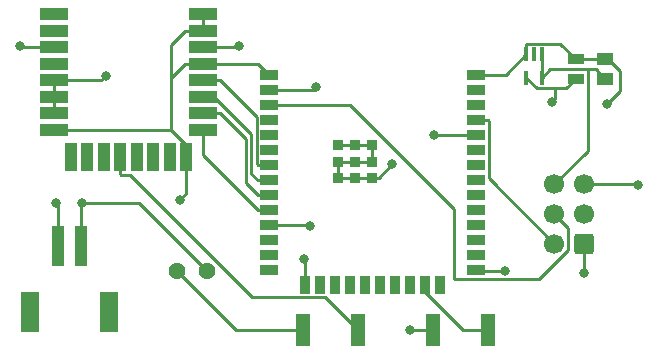
<source format=gbr>
%TF.GenerationSoftware,KiCad,Pcbnew,7.0.10*%
%TF.CreationDate,2024-11-01T14:14:09-04:00*%
%TF.ProjectId,pcb_v1,7063625f-7631-42e6-9b69-6361645f7063,rev?*%
%TF.SameCoordinates,Original*%
%TF.FileFunction,Copper,L1,Top*%
%TF.FilePolarity,Positive*%
%FSLAX46Y46*%
G04 Gerber Fmt 4.6, Leading zero omitted, Abs format (unit mm)*
G04 Created by KiCad (PCBNEW 7.0.10) date 2024-11-01 14:14:09*
%MOMM*%
%LPD*%
G01*
G04 APERTURE LIST*
G04 Aperture macros list*
%AMRoundRect*
0 Rectangle with rounded corners*
0 $1 Rounding radius*
0 $2 $3 $4 $5 $6 $7 $8 $9 X,Y pos of 4 corners*
0 Add a 4 corners polygon primitive as box body*
4,1,4,$2,$3,$4,$5,$6,$7,$8,$9,$2,$3,0*
0 Add four circle primitives for the rounded corners*
1,1,$1+$1,$2,$3*
1,1,$1+$1,$4,$5*
1,1,$1+$1,$6,$7*
1,1,$1+$1,$8,$9*
0 Add four rect primitives between the rounded corners*
20,1,$1+$1,$2,$3,$4,$5,0*
20,1,$1+$1,$4,$5,$6,$7,0*
20,1,$1+$1,$6,$7,$8,$9,0*
20,1,$1+$1,$8,$9,$2,$3,0*%
G04 Aperture macros list end*
%TA.AperFunction,SMDPad,CuDef*%
%ADD10R,1.200000X2.700000*%
%TD*%
%TA.AperFunction,ComponentPad*%
%ADD11C,1.431000*%
%TD*%
%TA.AperFunction,SMDPad,CuDef*%
%ADD12R,1.000000X3.500000*%
%TD*%
%TA.AperFunction,SMDPad,CuDef*%
%ADD13R,1.500000X3.400000*%
%TD*%
%TA.AperFunction,SMDPad,CuDef*%
%ADD14R,2.450000X1.000000*%
%TD*%
%TA.AperFunction,SMDPad,CuDef*%
%ADD15R,1.000000X2.450000*%
%TD*%
%TA.AperFunction,SMDPad,CuDef*%
%ADD16R,1.470000X1.020000*%
%TD*%
%TA.AperFunction,SMDPad,CuDef*%
%ADD17R,1.500000X0.900000*%
%TD*%
%TA.AperFunction,SMDPad,CuDef*%
%ADD18R,0.900000X1.500000*%
%TD*%
%TA.AperFunction,SMDPad,CuDef*%
%ADD19R,0.900000X0.900000*%
%TD*%
%TA.AperFunction,SMDPad,CuDef*%
%ADD20R,1.430000X0.940000*%
%TD*%
%TA.AperFunction,SMDPad,CuDef*%
%ADD21R,0.450000X1.150000*%
%TD*%
%TA.AperFunction,ComponentPad*%
%ADD22RoundRect,0.250000X0.600000X0.600000X-0.600000X0.600000X-0.600000X-0.600000X0.600000X-0.600000X0*%
%TD*%
%TA.AperFunction,ComponentPad*%
%ADD23C,1.700000*%
%TD*%
%TA.AperFunction,ViaPad*%
%ADD24C,0.800000*%
%TD*%
%TA.AperFunction,Conductor*%
%ADD25C,0.250000*%
%TD*%
G04 APERTURE END LIST*
D10*
%TO.P,R2,1,1*%
%TO.N,Net-(IC2-GPIO3)*%
X136300000Y-125250000D03*
%TO.P,R2,2,2*%
%TO.N,Net-(D1-A)*%
X131700000Y-125250000D03*
%TD*%
D11*
%TO.P,D1,1,K*%
%TO.N,GND*%
X123520000Y-120250000D03*
%TO.P,D1,2,A*%
%TO.N,Net-(D1-A)*%
X120980000Y-120250000D03*
%TD*%
D10*
%TO.P,R1,2,2*%
%TO.N,Net-(IC1-IO15)*%
X147300000Y-125250000D03*
%TO.P,R1,1,1*%
%TO.N,Net-(IC2-GPIO8)*%
X142700000Y-125250000D03*
%TD*%
D12*
%TO.P,J2,1,1*%
%TO.N,Net-(IC3-VIN)*%
X110900000Y-118200000D03*
%TO.P,J2,2,2*%
%TO.N,GND*%
X112900000Y-118200000D03*
D13*
%TO.P,J2,3*%
%TO.N,N/C*%
X108550000Y-123750000D03*
%TO.P,J2,4*%
X115250000Y-123750000D03*
%TD*%
D14*
%TO.P,IC2,1,EXTON*%
%TO.N,unconnected-(IC2-EXTON-Pad1)*%
X110607500Y-98540000D03*
%TO.P,IC2,2,WAKEUP*%
%TO.N,unconnected-(IC2-WAKEUP-Pad2)*%
X110607500Y-99940000D03*
%TO.P,IC2,3,RSTN*%
%TO.N,Net-(IC1-IO26)*%
X110607500Y-101340000D03*
%TO.P,IC2,4,GPIO7*%
%TO.N,unconnected-(IC2-GPIO7-Pad4)*%
X110607500Y-102740000D03*
%TO.P,IC2,5,VDD1*%
%TO.N,VDD*%
X110607500Y-104140000D03*
%TO.P,IC2,6,VDD3V3_1*%
X110607500Y-105540000D03*
%TO.P,IC2,7,VDD3V3_2*%
X110607500Y-106940000D03*
%TO.P,IC2,8,VSS_1*%
%TO.N,GND*%
X110607500Y-108340000D03*
D15*
%TO.P,IC2,9,GPIO6*%
%TO.N,unconnected-(IC2-GPIO6-Pad9)*%
X112002500Y-110635000D03*
%TO.P,IC2,10,GPIO5*%
%TO.N,unconnected-(IC2-GPIO5-Pad10)*%
X113402500Y-110635000D03*
%TO.P,IC2,11,GPIO4*%
%TO.N,unconnected-(IC2-GPIO4-Pad11)*%
X114802500Y-110635000D03*
%TO.P,IC2,12,GPIO3*%
%TO.N,Net-(IC2-GPIO3)*%
X116202500Y-110635000D03*
%TO.P,IC2,13,GPIO2*%
%TO.N,unconnected-(IC2-GPIO2-Pad13)*%
X117602500Y-110635000D03*
%TO.P,IC2,14,GPIO1*%
%TO.N,unconnected-(IC2-GPIO1-Pad14)*%
X119002500Y-110635000D03*
%TO.P,IC2,15,GPIO0*%
%TO.N,unconnected-(IC2-GPIO0-Pad15)*%
X120402500Y-110635000D03*
%TO.P,IC2,16,VSS_2*%
%TO.N,GND*%
X121802500Y-110635000D03*
D14*
%TO.P,IC2,17,SPICSN*%
%TO.N,Net-(IC1-IO25)*%
X123197500Y-108340000D03*
%TO.P,IC2,18,SPIMOSI*%
%TO.N,Net-(IC1-IO33)*%
X123197500Y-106940000D03*
%TO.P,IC2,19,SPIMISO*%
%TO.N,Net-(IC1-IO32)*%
X123197500Y-105540000D03*
%TO.P,IC2,20,SPICLK*%
%TO.N,Net-(IC1-IO35)*%
X123197500Y-104140000D03*
%TO.P,IC2,21,VSS_3*%
%TO.N,GND*%
X123197500Y-102740000D03*
%TO.P,IC2,22,GPIO8*%
%TO.N,Net-(IC2-GPIO8)*%
X123197500Y-101340000D03*
%TO.P,IC2,23,VSS_4*%
%TO.N,GND*%
X123197500Y-99940000D03*
%TO.P,IC2,24,VSS_5*%
X123197500Y-98540000D03*
%TD*%
D16*
%TO.P,C1,1,1*%
%TO.N,Net-(IC3-VIN)*%
X157250000Y-103990000D03*
%TO.P,C1,2,2*%
%TO.N,GND*%
X157250000Y-102370000D03*
%TD*%
D17*
%TO.P,IC1,1,GND_1*%
%TO.N,GND*%
X128830000Y-103690000D03*
%TO.P,IC1,2,3V3*%
%TO.N,VDD*%
X128830000Y-104960000D03*
%TO.P,IC1,3,EN*%
%TO.N,Net-(IC1-EN)*%
X128830000Y-106230000D03*
%TO.P,IC1,4,SENSOR_VP*%
%TO.N,unconnected-(IC1-SENSOR_VP-Pad4)*%
X128830000Y-107500000D03*
%TO.P,IC1,5,SENSOR_VN*%
%TO.N,unconnected-(IC1-SENSOR_VN-Pad5)*%
X128830000Y-108770000D03*
%TO.P,IC1,6,IO34*%
%TO.N,unconnected-(IC1-IO34-Pad6)*%
X128830000Y-110040000D03*
%TO.P,IC1,7,IO35*%
%TO.N,Net-(IC1-IO35)*%
X128830000Y-111310000D03*
%TO.P,IC1,8,IO32*%
%TO.N,Net-(IC1-IO32)*%
X128830000Y-112580000D03*
%TO.P,IC1,9,IO33*%
%TO.N,Net-(IC1-IO33)*%
X128830000Y-113850000D03*
%TO.P,IC1,10,IO25*%
%TO.N,Net-(IC1-IO25)*%
X128830000Y-115120000D03*
%TO.P,IC1,11,IO26*%
%TO.N,Net-(IC1-IO26)*%
X128830000Y-116390000D03*
%TO.P,IC1,12,IO27*%
%TO.N,unconnected-(IC1-IO27-Pad12)*%
X128830000Y-117660000D03*
%TO.P,IC1,13,IO14*%
%TO.N,unconnected-(IC1-IO14-Pad13)*%
X128830000Y-118930000D03*
%TO.P,IC1,14,IO12*%
%TO.N,unconnected-(IC1-IO12-Pad14)*%
X128830000Y-120200000D03*
D18*
%TO.P,IC1,15,GND_2*%
%TO.N,GND*%
X131865000Y-121450000D03*
%TO.P,IC1,16,IO13*%
%TO.N,unconnected-(IC1-IO13-Pad16)*%
X133135000Y-121450000D03*
%TO.P,IC1,17,NC_1*%
%TO.N,unconnected-(IC1-NC_1-Pad17)*%
X134405000Y-121450000D03*
%TO.P,IC1,18,NC_2*%
%TO.N,unconnected-(IC1-NC_2-Pad18)*%
X135675000Y-121450000D03*
%TO.P,IC1,19,NC_3*%
%TO.N,unconnected-(IC1-NC_3-Pad19)*%
X136945000Y-121450000D03*
%TO.P,IC1,20,NC_4*%
%TO.N,unconnected-(IC1-NC_4-Pad20)*%
X138215000Y-121450000D03*
%TO.P,IC1,21,NC_5*%
%TO.N,unconnected-(IC1-NC_5-Pad21)*%
X139485000Y-121450000D03*
%TO.P,IC1,22,NC_6*%
%TO.N,unconnected-(IC1-NC_6-Pad22)*%
X140755000Y-121450000D03*
%TO.P,IC1,23,IO15*%
%TO.N,Net-(IC1-IO15)*%
X142025000Y-121450000D03*
%TO.P,IC1,24,IO2*%
%TO.N,unconnected-(IC1-IO2-Pad24)*%
X143295000Y-121450000D03*
D17*
%TO.P,IC1,25,IO0*%
%TO.N,Net-(IC1-IO0)*%
X146330000Y-120200000D03*
%TO.P,IC1,26,IO4*%
%TO.N,unconnected-(IC1-IO4-Pad26)*%
X146330000Y-118930000D03*
%TO.P,IC1,27,IO16*%
%TO.N,unconnected-(IC1-IO16-Pad27)*%
X146330000Y-117660000D03*
%TO.P,IC1,28,IO17*%
%TO.N,unconnected-(IC1-IO17-Pad28)*%
X146330000Y-116390000D03*
%TO.P,IC1,29,IO5*%
%TO.N,unconnected-(IC1-IO5-Pad29)*%
X146330000Y-115120000D03*
%TO.P,IC1,30,IO18*%
%TO.N,unconnected-(IC1-IO18-Pad30)*%
X146330000Y-113850000D03*
%TO.P,IC1,31,IO19*%
%TO.N,unconnected-(IC1-IO19-Pad31)*%
X146330000Y-112580000D03*
%TO.P,IC1,32,NC_7*%
%TO.N,unconnected-(IC1-NC_7-Pad32)*%
X146330000Y-111310000D03*
%TO.P,IC1,33,IO21*%
%TO.N,unconnected-(IC1-IO21-Pad33)*%
X146330000Y-110040000D03*
%TO.P,IC1,34,RXD0*%
%TO.N,Net-(IC1-RXD0)*%
X146330000Y-108770000D03*
%TO.P,IC1,35,TXD0*%
%TO.N,Net-(IC1-TXD0)*%
X146330000Y-107500000D03*
%TO.P,IC1,36,IO22*%
%TO.N,unconnected-(IC1-IO22-Pad36)*%
X146330000Y-106230000D03*
%TO.P,IC1,37,IO23*%
%TO.N,unconnected-(IC1-IO23-Pad37)*%
X146330000Y-104960000D03*
%TO.P,IC1,38,GND_3*%
%TO.N,GND*%
X146330000Y-103690000D03*
D19*
%TO.P,IC1,39,GND_4*%
X136080000Y-111030000D03*
%TO.P,IC1,40,GND_5*%
X134680000Y-109630000D03*
%TO.P,IC1,41,GND_6*%
X134680000Y-111030000D03*
%TO.P,IC1,42,GND_7*%
X134680000Y-112430000D03*
%TO.P,IC1,43,GND_8*%
X136080000Y-112430000D03*
%TO.P,IC1,44,GND_9*%
X137480000Y-112430000D03*
%TO.P,IC1,45,GND_10*%
X137480000Y-111030000D03*
%TO.P,IC1,46,GND_11*%
X137480000Y-109630000D03*
%TO.P,IC1,47,GND_12*%
X136080000Y-109630000D03*
%TD*%
D20*
%TO.P,C2,1,1*%
%TO.N,VDD*%
X154750000Y-104000000D03*
%TO.P,C2,2,2*%
%TO.N,GND*%
X154750000Y-102360000D03*
%TD*%
D21*
%TO.P,IC3,1,~{SHDN}*%
%TO.N,Net-(IC3-VIN)*%
X151900000Y-101930000D03*
%TO.P,IC3,2,NC*%
%TO.N,unconnected-(IC3-NC-Pad2)*%
X151250000Y-101930000D03*
%TO.P,IC3,3,GND*%
%TO.N,GND*%
X150600000Y-101930000D03*
%TO.P,IC3,4,VOUT*%
%TO.N,VDD*%
X150600000Y-103930000D03*
%TO.P,IC3,5,VIN*%
%TO.N,Net-(IC3-VIN)*%
X151900000Y-103930000D03*
%TD*%
D22*
%TO.P,J1,1,Pin_1*%
%TO.N,Net-(IC1-RXD0)*%
X155500000Y-118000000D03*
D23*
%TO.P,J1,2,Pin_2*%
%TO.N,Net-(IC1-TXD0)*%
X152960000Y-118000000D03*
%TO.P,J1,3,Pin_3*%
%TO.N,GND*%
X155500000Y-115460000D03*
%TO.P,J1,4,Pin_4*%
%TO.N,Net-(IC1-EN)*%
X152960000Y-115460000D03*
%TO.P,J1,5,Pin_5*%
%TO.N,Net-(IC1-IO0)*%
X155500000Y-112920000D03*
%TO.P,J1,6,Pin_6*%
%TO.N,Net-(IC3-VIN)*%
X152960000Y-112920000D03*
%TD*%
D24*
%TO.N,Net-(IC1-IO26)*%
X132250000Y-116500000D03*
X107750000Y-101250000D03*
%TO.N,Net-(IC2-GPIO8)*%
X126250000Y-101250000D03*
X140750000Y-125250000D03*
%TO.N,GND*%
X113000000Y-114500000D03*
%TO.N,Net-(IC3-VIN)*%
X110750000Y-114500000D03*
%TO.N,GND*%
X131750000Y-119250000D03*
X121250000Y-114250000D03*
X157385000Y-106135000D03*
X139250000Y-111250000D03*
%TO.N,VDD*%
X115000000Y-103750000D03*
X152750000Y-106000000D03*
X132750000Y-104750000D03*
%TO.N,Net-(IC1-IO0)*%
X160000000Y-113000000D03*
X148750000Y-120250000D03*
%TO.N,Net-(IC1-RXD0)*%
X155480000Y-120480000D03*
X142750000Y-108750000D03*
%TD*%
D25*
%TO.N,Net-(IC1-IO26)*%
X132140000Y-116390000D02*
X128830000Y-116390000D01*
X132250000Y-116500000D02*
X132140000Y-116390000D01*
X107840000Y-101340000D02*
X107750000Y-101250000D01*
X110607500Y-101340000D02*
X107840000Y-101340000D01*
%TO.N,GND*%
X127880000Y-102740000D02*
X123197500Y-102740000D01*
X128830000Y-103690000D02*
X127880000Y-102740000D01*
%TO.N,Net-(IC2-GPIO8)*%
X126160000Y-101340000D02*
X123197500Y-101340000D01*
X126250000Y-101250000D02*
X126160000Y-101340000D01*
X142700000Y-125250000D02*
X140750000Y-125250000D01*
%TO.N,Net-(IC1-IO15)*%
X142025000Y-122030000D02*
X142025000Y-121450000D01*
X145245000Y-125250000D02*
X142025000Y-122030000D01*
X147300000Y-125250000D02*
X145245000Y-125250000D01*
%TO.N,Net-(IC2-GPIO3)*%
X117000000Y-112185000D02*
X116277500Y-112185000D01*
X127340000Y-122525000D02*
X117000000Y-112185000D01*
X116202500Y-112110000D02*
X116202500Y-110635000D01*
X136300000Y-125250000D02*
X133575000Y-122525000D01*
X133575000Y-122525000D02*
X127340000Y-122525000D01*
X116277500Y-112185000D02*
X116202500Y-112110000D01*
%TO.N,Net-(D1-A)*%
X120980000Y-120250000D02*
X125980000Y-125250000D01*
X125980000Y-125250000D02*
X131700000Y-125250000D01*
%TO.N,GND*%
X117770000Y-114500000D02*
X113000000Y-114500000D01*
X123520000Y-120250000D02*
X117770000Y-114500000D01*
X112900000Y-114600000D02*
X113000000Y-114500000D01*
X112900000Y-118200000D02*
X112900000Y-114600000D01*
%TO.N,Net-(IC3-VIN)*%
X110900000Y-118200000D02*
X110900000Y-114650000D01*
X110900000Y-114650000D02*
X110750000Y-114500000D01*
X155790000Y-103205000D02*
X156465000Y-103205000D01*
X156465000Y-103205000D02*
X157250000Y-103990000D01*
X155790000Y-103205000D02*
X152625000Y-103205000D01*
X152625000Y-103205000D02*
X151900000Y-103930000D01*
X155790000Y-110090000D02*
X155790000Y-103205000D01*
X152960000Y-112920000D02*
X155790000Y-110090000D01*
X151900000Y-103930000D02*
X151900000Y-101930000D01*
%TO.N,GND*%
X131865000Y-121450000D02*
X131865000Y-119365000D01*
X157250000Y-102370000D02*
X157475000Y-102370000D01*
X150600000Y-101105000D02*
X150675000Y-101030000D01*
X157500000Y-106250000D02*
X157385000Y-106135000D01*
X120482500Y-108340000D02*
X121802500Y-109660000D01*
X136080000Y-112430000D02*
X137480000Y-112430000D01*
X157475000Y-102370000D02*
X158500000Y-103395000D01*
X137480000Y-111030000D02*
X136080000Y-111030000D01*
X121722500Y-102740000D02*
X123197500Y-102740000D01*
X136080000Y-109630000D02*
X137480000Y-109630000D01*
X131865000Y-119365000D02*
X131750000Y-119250000D01*
X154750000Y-102360000D02*
X157240000Y-102360000D01*
X134680000Y-109630000D02*
X136080000Y-109630000D01*
X137480000Y-112430000D02*
X138070000Y-112430000D01*
X123197500Y-99940000D02*
X123197500Y-98540000D01*
X148840000Y-103690000D02*
X150600000Y-101930000D01*
X153420000Y-101030000D02*
X154750000Y-102360000D01*
X134680000Y-111030000D02*
X134680000Y-112430000D01*
X157240000Y-102360000D02*
X157250000Y-102370000D01*
X120482500Y-103980000D02*
X121722500Y-102740000D01*
X121802500Y-113697500D02*
X121250000Y-114250000D01*
X134680000Y-112430000D02*
X136080000Y-112430000D01*
X136080000Y-111030000D02*
X134680000Y-111030000D01*
X150600000Y-101930000D02*
X150600000Y-101105000D01*
X146330000Y-103690000D02*
X148840000Y-103690000D01*
X150675000Y-101030000D02*
X153420000Y-101030000D01*
X110607500Y-108340000D02*
X120482500Y-108340000D01*
X137480000Y-109630000D02*
X137480000Y-111030000D01*
X120482500Y-103980000D02*
X120482500Y-101180000D01*
X138070000Y-112430000D02*
X139250000Y-111250000D01*
X120482500Y-108340000D02*
X120482500Y-103980000D01*
X121722500Y-99940000D02*
X123197500Y-99940000D01*
X158500000Y-103395000D02*
X158500000Y-105020000D01*
X120482500Y-101180000D02*
X121722500Y-99940000D01*
X121802500Y-110635000D02*
X121802500Y-113697500D01*
X121802500Y-109660000D02*
X121802500Y-110635000D01*
X158500000Y-105020000D02*
X157385000Y-106135000D01*
%TO.N,VDD*%
X153000000Y-105750000D02*
X152750000Y-106000000D01*
X110607500Y-104140000D02*
X110607500Y-105540000D01*
X153920000Y-104830000D02*
X154750000Y-104000000D01*
X153000000Y-104830000D02*
X153000000Y-105750000D01*
X114610000Y-104140000D02*
X115000000Y-103750000D01*
X128830000Y-104960000D02*
X132540000Y-104960000D01*
X110607500Y-105540000D02*
X110607500Y-106940000D01*
X151500000Y-104830000D02*
X153000000Y-104830000D01*
X153000000Y-104830000D02*
X153920000Y-104830000D01*
X150600000Y-103930000D02*
X151500000Y-104830000D01*
X110607500Y-104140000D02*
X114610000Y-104140000D01*
X132540000Y-104960000D02*
X132750000Y-104750000D01*
%TO.N,Net-(IC1-EN)*%
X154135000Y-118486701D02*
X151646701Y-120975000D01*
X135630000Y-106230000D02*
X128830000Y-106230000D01*
X144475000Y-115075000D02*
X135630000Y-106230000D01*
X154135000Y-116635000D02*
X154135000Y-118486701D01*
X152960000Y-115460000D02*
X154135000Y-116635000D01*
X151646701Y-120975000D02*
X144475000Y-120975000D01*
X144475000Y-120975000D02*
X144475000Y-115075000D01*
%TO.N,Net-(IC1-IO35)*%
X127755000Y-111235000D02*
X127830000Y-111310000D01*
X124672500Y-104140000D02*
X127755000Y-107222500D01*
X127830000Y-111310000D02*
X128830000Y-111310000D01*
X123197500Y-104140000D02*
X124672500Y-104140000D01*
X127755000Y-107222500D02*
X127755000Y-111235000D01*
%TO.N,Net-(IC1-IO32)*%
X127305000Y-112055000D02*
X127830000Y-112580000D01*
X124172500Y-105540000D02*
X127305000Y-108672500D01*
X127305000Y-108672500D02*
X127305000Y-112055000D01*
X127830000Y-112580000D02*
X128830000Y-112580000D01*
X123197500Y-105540000D02*
X124172500Y-105540000D01*
%TO.N,Net-(IC1-IO33)*%
X126855000Y-112875000D02*
X127830000Y-113850000D01*
X124672500Y-106940000D02*
X126855000Y-109122500D01*
X127830000Y-113850000D02*
X128830000Y-113850000D01*
X126855000Y-109122500D02*
X126855000Y-112875000D01*
X123197500Y-106940000D02*
X124672500Y-106940000D01*
%TO.N,Net-(IC1-IO25)*%
X123197500Y-110487500D02*
X127830000Y-115120000D01*
X123197500Y-108340000D02*
X123197500Y-110487500D01*
X127830000Y-115120000D02*
X128830000Y-115120000D01*
%TO.N,Net-(IC1-IO0)*%
X148750000Y-120250000D02*
X146380000Y-120250000D01*
X159920000Y-112920000D02*
X160000000Y-113000000D01*
X146380000Y-120250000D02*
X146330000Y-120200000D01*
X155500000Y-112920000D02*
X159920000Y-112920000D01*
%TO.N,Net-(IC1-RXD0)*%
X155500000Y-120460000D02*
X155480000Y-120480000D01*
X155500000Y-118000000D02*
X155500000Y-120460000D01*
X155500000Y-120500000D02*
X155480000Y-120480000D01*
X146330000Y-108770000D02*
X142770000Y-108770000D01*
X142770000Y-108770000D02*
X142750000Y-108750000D01*
%TO.N,Net-(IC1-TXD0)*%
X147405000Y-107575000D02*
X147330000Y-107500000D01*
X152960000Y-118000000D02*
X147405000Y-112445000D01*
X147405000Y-112445000D02*
X147405000Y-107575000D01*
X147330000Y-107500000D02*
X146330000Y-107500000D01*
%TD*%
M02*

</source>
